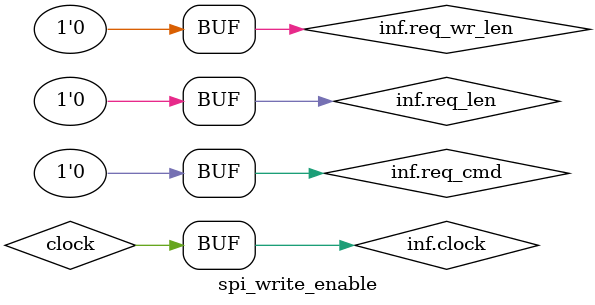
<source format=sv>
/**********************************************
______________                ______________
______________ \  /\  /|\  /| ______________
______________  \/  \/ | \/ | ______________
descript:
author : Young
Version:
creaded: 2016/9/19 上午11:12:48
madified:
***********************************************/
`timescale 1ns/1ps
module spi_write_enable #(
    parameter   MODULE_ID  = 0,
    parameter   CMD_WR_EN  = 0,
    parameter   CMD_WR_DS  = 1,
    parameter   SSIZE      = 1
)(
    cmd_inf.slaver      cmd_inf,
    spi_req_inf.master  inf
);

wire    clock;
wire    rst_n;
assign  clock = inf.clock;
assign  rst_n = inf.rst_n;
//--->> STATE CORE <<--------------
typedef enum {IDLE,REQ_EN,REQ_DIS,REQ_EXEC,REQ_FSH} REQ_STATE;
REQ_STATE nstate,cstate;

always@(posedge clock,negedge rst_n)
    if(~rst_n)  cstate  <= IDLE;
    else        cstate  <= nstate;

always@(*)
    case(cstate)
    IDLE:
        if(cmd_inf.request && cmd_inf.cmd == CMD_WR_EN)
                nstate  = REQ_EN;
        else if(cmd_inf.request && cmd_inf.cmd == CMD_WR_DS)
                nstate  = REQ_DIS;
        else    nstate  = IDLE;
    REQ_EN:
        if(inf.busy)
                nstate  = REQ_EXEC;
        else    nstate  = REQ_EN;
    REQ_DIS:
        if(inf.busy)
                nstate  = REQ_EXEC;
        else    nstate  = REQ_DIS;
    REQ_EXEC:
        if(~inf.busy)
                nstate  = REQ_FSH;
        else    nstate  = REQ_EXEC;
    REQ_FSH:    nstate  = IDLE;
    default:    nstate  = IDLE;
    endcase

reg busy;
reg finish;

always@(posedge clock,negedge rst_n)
    if(~rst_n)  busy    <= 1'b1;
    else
        case(nstate)
        REQ_EN,REQ_DIS,REQ_EXEC:
                busy    <= 1'b1;
        default:busy    <= 1'b0;
        endcase

always@(posedge clock,negedge rst_n)
    if(~rst_n)  finish    <= 1'b1;
    else
        case(nstate)
        REQ_FSH:
                finish    <= 1'b1;
        default:finish    <= 1'b0;
        endcase
assign cmd_inf.busy[MODULE_ID]     = busy;
assign cmd_inf.finish[MODULE_ID]   = finish;
//---<< STATE CORE >>--------------
always@(posedge clock,negedge rst_n)
    if(~rst_n)  inf.request <= 1'b0;
    else
        case(nstate)
        REQ_EN,REQ_DIS:
                inf.request <= 1'b1;
        default:inf.request <= 1'b0;
        endcase

// always@(posedge clock,negedge rst_n)
//     if(~rst_n)  inf.req_len <= 24'd0;
//     else
//         case(nstate)
//         REQ_EN,REQ_DIS:
//                 inf.req_len <= 24'd1*8/SSIZE;
//         default:inf.req_len <= 24'd0;
//         endcase
assign inf.req_len      = 24'd1*8/SSIZE;
assign inf.req_wr_len   = 24'd1*8/SSIZE;

always@(posedge clock,negedge rst_n)begin:VALID_BLOCK
reg     tmp;
    if(~rst_n)begin
        inf.wr_vld    <= 1'b0;
        tmp           <= 1'b0;
    end else begin
        case(nstate)
        REQ_EXEC:begin
            if(inf.wr_ready && inf.clk_en && inf.wr_vld)
                    tmp     <= 1'b1;
            else    tmp     <= tmp;
            if(inf.wr_ready && inf.clk_en && inf.wr_vld)
                    inf.wr_vld   <= 1'b0;
            else    inf.wr_vld   <= ~tmp;
        end
        default:begin
            tmp           <= 1'b0;
            inf.wr_vld    <= 1'b0;
        end
        endcase
    end
end

always@(posedge clock,negedge rst_n)begin:DATA_GEN_BLOCK
    if(~rst_n)begin
        inf.wr_data    <= 1'b0;
    end else begin
        case(nstate)
        REQ_EN: inf.wr_data <= 8'b0000_0110;
        REQ_DIS:inf.wr_data <= 8'b0000_0100;
        default:;
        endcase
end end

assign inf.req_cmd = 0;

endmodule

</source>
